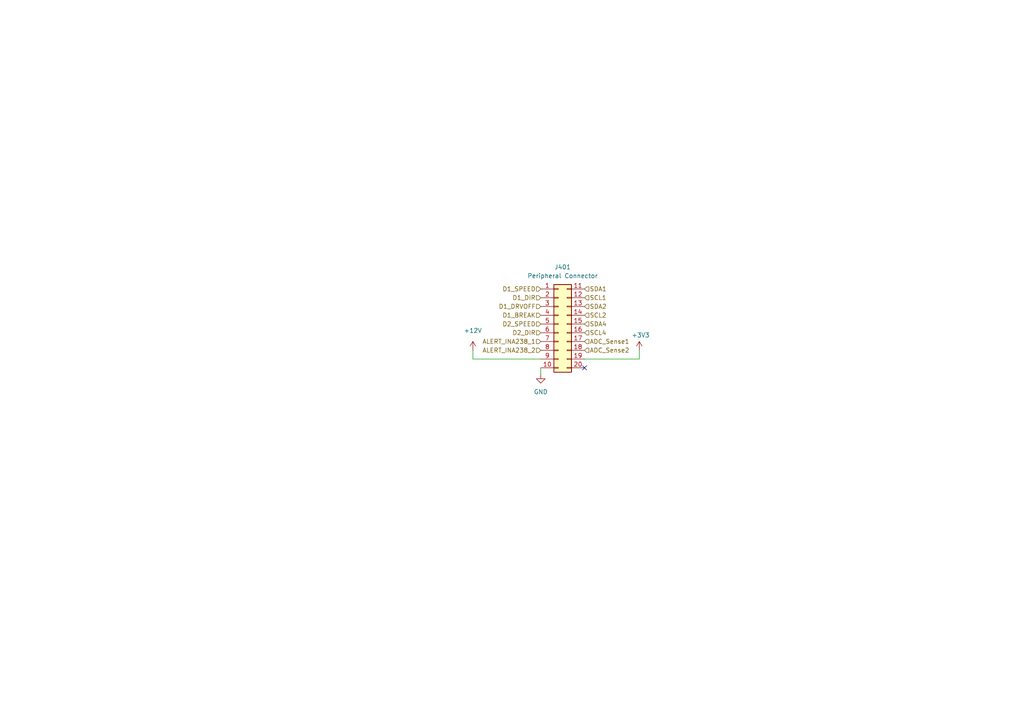
<source format=kicad_sch>
(kicad_sch (version 20211123) (generator eeschema)
  (paper "A4")
  (title_block (rev "REV1") (company "FIBO"))
  (lib_symbols
    (symbol "Connector_Generic:Conn_02x10_Top_Bottom" (pin_names (offset 1.016) hide)
      (property "Reference" "J" (at 1.27 12.7 0))
      (property "Value" "Conn_02x10_Top_Bottom" (at 1.27 -15.24 0))
      (symbol "Conn_02x10_Top_Bottom_1_1"
        (rectangle (start -1.27 -12.573) (end 0 -12.827) (stroke (width 0.1524)))
        (rectangle (start -1.27 -10.033) (end 0 -10.287) (stroke (width 0.1524)))
        (rectangle (start -1.27 -7.493) (end 0 -7.747) (stroke (width 0.1524)))
        (rectangle (start -1.27 -4.953) (end 0 -5.207) (stroke (width 0.1524)))
        (rectangle (start -1.27 -2.413) (end 0 -2.667) (stroke (width 0.1524)))
        (rectangle (start -1.27 0.127) (end 0 -0.127) (stroke (width 0.1524)))
        (rectangle (start -1.27 2.667) (end 0 2.413) (stroke (width 0.1524)))
        (rectangle (start -1.27 5.207) (end 0 4.953) (stroke (width 0.1524)))
        (rectangle (start -1.27 7.747) (end 0 7.493) (stroke (width 0.1524)))
        (rectangle (start -1.27 10.287) (end 0 10.033) (stroke (width 0.1524)))
        (rectangle (start -1.27 11.43) (end 3.81 -13.97) (stroke (width 0.254)) (fill (type background)))
        (rectangle (start 3.81 -12.573) (end 2.54 -12.827) (stroke (width 0.1524)))
        (rectangle (start 3.81 -10.033) (end 2.54 -10.287) (stroke (width 0.1524)))
        (rectangle (start 3.81 -7.493) (end 2.54 -7.747) (stroke (width 0.1524)))
        (rectangle (start 3.81 -4.953) (end 2.54 -5.207) (stroke (width 0.1524)))
        (rectangle (start 3.81 -2.413) (end 2.54 -2.667) (stroke (width 0.1524)))
        (rectangle (start 3.81 0.127) (end 2.54 -0.127) (stroke (width 0.1524)))
        (rectangle (start 3.81 2.667) (end 2.54 2.413) (stroke (width 0.1524)))
        (rectangle (start 3.81 5.207) (end 2.54 4.953) (stroke (width 0.1524)))
        (rectangle (start 3.81 7.747) (end 2.54 7.493) (stroke (width 0.1524)))
        (rectangle (start 3.81 10.287) (end 2.54 10.033) (stroke (width 0.1524)))
        (pin passive line (at -5.08 10.16 0) (length 3.81) (name "Pin_1") (number "1"))
        (pin passive line (at -5.08 -12.7 0) (length 3.81) (name "Pin_10") (number "10"))
        (pin passive line (at 7.62 10.16 180) (length 3.81) (name "Pin_11") (number "11"))
        (pin passive line (at 7.62 7.62 180) (length 3.81) (name "Pin_12") (number "12"))
        (pin passive line (at 7.62 5.08 180) (length 3.81) (name "Pin_13") (number "13"))
        (pin passive line (at 7.62 2.54 180) (length 3.81) (name "Pin_14") (number "14"))
        (pin passive line (at 7.62 0 180) (length 3.81) (name "Pin_15") (number "15"))
        (pin passive line (at 7.62 -2.54 180) (length 3.81) (name "Pin_16") (number "16"))
        (pin passive line (at 7.62 -5.08 180) (length 3.81) (name "Pin_17") (number "17"))
        (pin passive line (at 7.62 -7.62 180) (length 3.81) (name "Pin_18") (number "18"))
        (pin passive line (at 7.62 -10.16 180) (length 3.81) (name "Pin_19") (number "19"))
        (pin passive line (at -5.08 7.62 0) (length 3.81) (name "Pin_2") (number "2"))
        (pin passive line (at 7.62 -12.7 180) (length 3.81) (name "Pin_20") (number "20"))
        (pin passive line (at -5.08 5.08 0) (length 3.81) (name "Pin_3") (number "3"))
        (pin passive line (at -5.08 2.54 0) (length 3.81) (name "Pin_4") (number "4"))
        (pin passive line (at -5.08 0 0) (length 3.81) (name "Pin_5") (number "5"))
        (pin passive line (at -5.08 -2.54 0) (length 3.81) (name "Pin_6") (number "6"))
        (pin passive line (at -5.08 -5.08 0) (length 3.81) (name "Pin_7") (number "7"))
        (pin passive line (at -5.08 -7.62 0) (length 3.81) (name "Pin_8") (number "8"))
        (pin passive line (at -5.08 -10.16 0) (length 3.81) (name "Pin_9") (number "9"))
      )
    )
    (symbol "power:+12V" (power) (pin_names (offset 0))
      (property "Value" "+12V" (at 0 3.556 0))
      (symbol "+12V_0_1"
        (polyline (pts (xy -0.762 1.27) (xy 0 2.54)))
        (polyline (pts (xy 0 0) (xy 0 2.54)))
        (polyline (pts (xy 0 2.54) (xy 0.762 1.27)))
      )
      (symbol "+12V_1_1"
        (pin power_in line (at 0 0 90) (length 0) hide (name "+12V") (number "1"))
      )
    )
    (symbol "power:+3.3V" (power) (pin_names (offset 0))
      (property "Value" "+3.3V" (at 0 3.556 0))
      (symbol "+3.3V_0_1"
        (polyline (pts (xy -0.762 1.27) (xy 0 2.54)))
        (polyline (pts (xy 0 0) (xy 0 2.54)))
        (polyline (pts (xy 0 2.54) (xy 0.762 1.27)))
      )
      (symbol "+3.3V_1_1"
        (pin power_in line (at 0 0 90) (length 0) hide (name "+3V3") (number "1"))
      )
    )
    (symbol "power:GND" (power) (pin_names (offset 0))
      (property "Value" "GND" (at 0 -3.81 0))
      (symbol "GND_0_1"
        (polyline (pts (xy 0 0) (xy 0 -1.27) (xy 1.27 -1.27) (xy 0 -2.54) (xy -1.27 -1.27) (xy 0 -1.27)))
      )
      (symbol "GND_1_1"
        (pin power_in line (at 0 0 270) (length 0) hide (name "GND") (number "1"))
      )
    )
  )
  (no_connect (at 169.545 106.68))
  (wire (pts (xy 137.16 104.14) (xy 137.16 101.6)))
  (wire (pts (xy 185.42 104.14) (xy 185.42 101.6)))
  (wire (pts (xy 156.845 106.68) (xy 156.845 108.585)))
  (wire (pts (xy 169.545 104.14) (xy 185.42 104.14)))
  (wire (pts (xy 137.16 104.14) (xy 156.845 104.14)))
  (hierarchical_label "ADC_Sense2" (shape input) (at 169.545 101.6 0))
  (hierarchical_label "SCL1" (shape input) (at 169.545 86.36 0))
  (hierarchical_label "D1_DIR" (shape input) (at 156.845 86.36 180))
  (hierarchical_label "D2_DIR" (shape input) (at 156.845 96.52 180))
  (hierarchical_label "SDA2" (shape input) (at 169.545 88.9 0))
  (hierarchical_label "D2_SPEED" (shape input) (at 156.845 93.98 180))
  (hierarchical_label "D1_SPEED" (shape input) (at 156.845 83.82 180))
  (hierarchical_label "SDA4" (shape input) (at 169.545 93.98 0))
  (hierarchical_label "SDA1" (shape input) (at 169.545 83.82 0))
  (hierarchical_label "SCL4" (shape input) (at 169.545 96.52 0))
  (hierarchical_label "ALERT_INA238_1" (shape input) (at 156.845 99.06 180))
  (hierarchical_label "ALERT_INA238_2" (shape input) (at 156.845 101.6 180))
  (hierarchical_label "D1_DRVOFF" (shape input) (at 156.845 88.9 180))
  (hierarchical_label "D1_BREAK" (shape input) (at 156.845 91.44 180))
  (hierarchical_label "SCL2" (shape input) (at 169.545 91.44 0))
  (hierarchical_label "ADC_Sense1" (shape input) (at 169.545 99.06 0))
  (symbol (lib_id "power:+3.3V") (at 185.42 101.6 0) (unit 1)
    (property "Reference" "#PWR0403" (effects hide))
    (property "Value" "+3.3V" (at 185.801 97.2058 0))
  )
  (symbol (lib_id "power:GND") (at 156.845 108.585 0) (unit 1)
    (property "Reference" "#PWR0402" (effects hide))
    (property "Value" "GND" (at 156.845 113.665 0))
  )
  (symbol (lib_id "Connector_Generic:Conn_02x10_Top_Bottom") (at 161.925 93.98 0) (unit 1)
    (property "Reference" "J401" (at 163.195 77.47 0))
    (property "Value" "Peripheral Connector" (at 163.195 80.01 0))
    (property "Footprint" "Connector_PinSocket_2.54mm:PinSocket_2x10_P2.54mm_Vertical" (effects hide))
  )
  (symbol (lib_id "power:+12V") (at 137.16 101.6 0) (unit 1)
    (property "Reference" "#PWR0401" (effects hide))
    (property "Value" "+12V" (at 137.16 95.885 0))
  )
)
</source>
